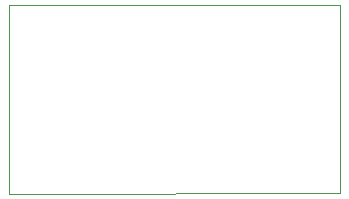
<source format=gbr>
%TF.GenerationSoftware,KiCad,Pcbnew,6.0.10+dfsg-1~bpo11+1*%
%TF.CreationDate,2023-01-21T14:50:42+00:00*%
%TF.ProjectId,tp4056,74703430-3536-42e6-9b69-6361645f7063,rev?*%
%TF.SameCoordinates,Original*%
%TF.FileFunction,Profile,NP*%
%FSLAX46Y46*%
G04 Gerber Fmt 4.6, Leading zero omitted, Abs format (unit mm)*
G04 Created by KiCad (PCBNEW 6.0.10+dfsg-1~bpo11+1) date 2023-01-21 14:50:42*
%MOMM*%
%LPD*%
G01*
G04 APERTURE LIST*
%TA.AperFunction,Profile*%
%ADD10C,0.100000*%
%TD*%
G04 APERTURE END LIST*
D10*
X128670000Y-86370000D02*
X156670000Y-86340000D01*
X156670000Y-86350000D02*
X156640000Y-102320000D01*
X128640000Y-102340000D02*
X156640000Y-102310000D01*
X128670000Y-86370000D02*
X128640000Y-102340000D01*
M02*

</source>
